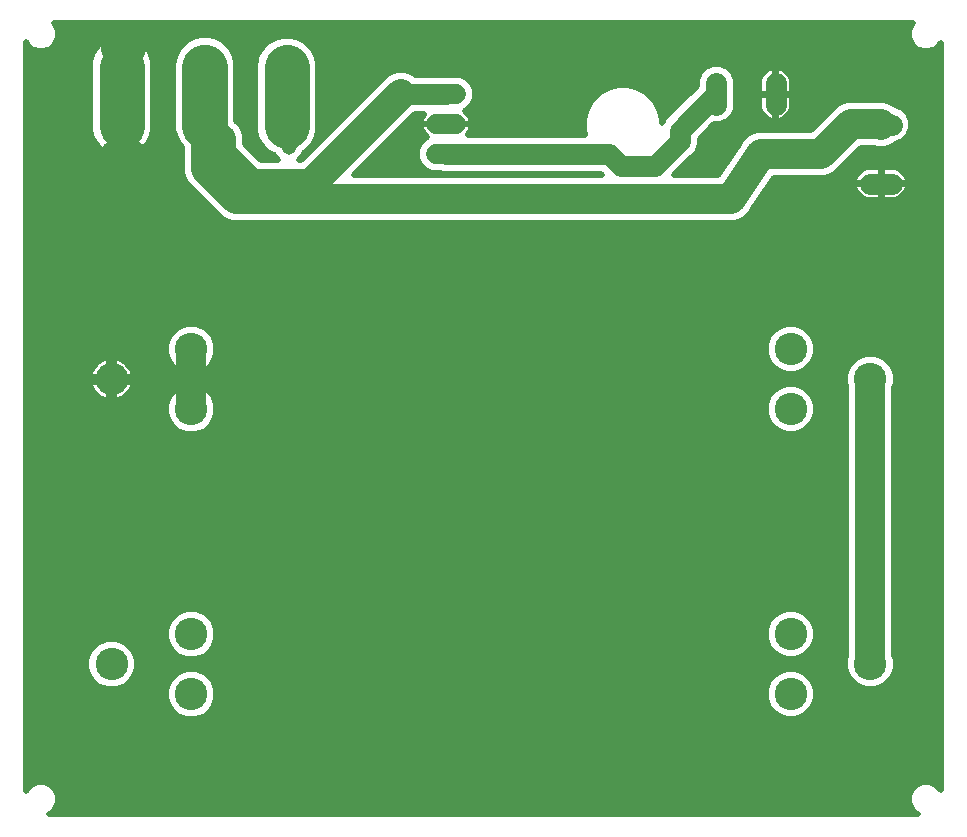
<source format=gbl>
G75*
%MOIN*%
%OFA0B0*%
%FSLAX25Y25*%
%IPPOS*%
%LPD*%
%AMOC8*
5,1,8,0,0,1.08239X$1,22.5*
%
%ADD10C,0.06600*%
%ADD11C,0.10800*%
%ADD12C,0.15000*%
%ADD13C,0.05150*%
%ADD14C,0.07050*%
%ADD15C,0.10000*%
%ADD16C,0.02000*%
%ADD17C,0.07000*%
D10*
X0143700Y0227000D02*
X0150300Y0227000D01*
X0150300Y0237000D02*
X0143700Y0237000D01*
X0143700Y0247000D02*
X0150300Y0247000D01*
D11*
X0062079Y0161961D03*
X0062079Y0141961D03*
X0035512Y0151961D03*
X0062079Y0066961D03*
X0062079Y0046961D03*
X0035512Y0056961D03*
X0261921Y0047039D03*
X0261921Y0067039D03*
X0288488Y0057039D03*
X0261921Y0142039D03*
X0261921Y0162039D03*
X0288488Y0152039D03*
D12*
X0093969Y0236331D02*
X0093969Y0256016D01*
X0093900Y0255919D02*
X0093900Y0236234D01*
X0066650Y0236484D02*
X0066650Y0256169D01*
X0066409Y0256016D02*
X0066409Y0236331D01*
X0038900Y0236484D02*
X0038900Y0256169D01*
X0038850Y0256016D02*
X0038850Y0236331D01*
D13*
X0039500Y0229500D03*
X0067000Y0229500D03*
X0094500Y0229500D03*
D14*
X0237157Y0243475D02*
X0237157Y0250525D01*
X0256843Y0250525D02*
X0256843Y0243475D01*
X0288475Y0236843D02*
X0295525Y0236843D01*
X0295525Y0217157D02*
X0288475Y0217157D01*
D15*
X0272000Y0227000D02*
X0282000Y0237000D01*
X0291843Y0237000D01*
X0292000Y0236843D01*
X0272000Y0227000D02*
X0252000Y0227000D01*
X0242000Y0212000D01*
X0077000Y0212000D01*
X0067000Y0222000D01*
X0067000Y0229500D01*
X0069500Y0229500D01*
X0072000Y0232000D01*
X0072000Y0227000D01*
X0082000Y0217000D01*
X0102000Y0217000D01*
X0132000Y0247000D01*
X0042000Y0262000D02*
X0037000Y0262000D01*
X0037000Y0227000D02*
X0042000Y0227000D01*
X0062000Y0162000D02*
X0062000Y0142000D01*
X0288488Y0152039D02*
X0288488Y0057039D01*
D16*
X0304205Y0007000D02*
X0014795Y0007000D01*
X0015223Y0007177D01*
X0016823Y0008777D01*
X0017689Y0010868D01*
X0017689Y0013132D01*
X0016823Y0015223D01*
X0015223Y0016823D01*
X0013132Y0017689D01*
X0010868Y0017689D01*
X0008777Y0016823D01*
X0007177Y0015223D01*
X0007000Y0014795D01*
X0007000Y0264205D01*
X0007177Y0263777D01*
X0008777Y0262177D01*
X0010868Y0261311D01*
X0013132Y0261311D01*
X0015223Y0262177D01*
X0016823Y0263777D01*
X0017689Y0265868D01*
X0017689Y0268132D01*
X0016823Y0270223D01*
X0016345Y0270701D01*
X0302655Y0270701D01*
X0302177Y0270223D01*
X0301311Y0268132D01*
X0301311Y0265868D01*
X0302177Y0263777D01*
X0303777Y0262177D01*
X0305868Y0261311D01*
X0308132Y0261311D01*
X0310223Y0262177D01*
X0311823Y0263777D01*
X0311921Y0264015D01*
X0311921Y0014985D01*
X0311823Y0015223D01*
X0310223Y0016823D01*
X0308132Y0017689D01*
X0305868Y0017689D01*
X0303777Y0016823D01*
X0302177Y0015223D01*
X0301311Y0013132D01*
X0301311Y0010868D01*
X0302177Y0008777D01*
X0303777Y0007177D01*
X0304205Y0007000D01*
X0302959Y0007996D02*
X0016041Y0007996D01*
X0017327Y0009994D02*
X0301673Y0009994D01*
X0301311Y0011993D02*
X0017689Y0011993D01*
X0017333Y0013991D02*
X0301667Y0013991D01*
X0302944Y0015990D02*
X0016056Y0015990D01*
X0007944Y0015990D02*
X0007000Y0015990D01*
X0007000Y0017988D02*
X0311921Y0017988D01*
X0311921Y0015990D02*
X0311056Y0015990D01*
X0311921Y0019987D02*
X0007000Y0019987D01*
X0007000Y0021985D02*
X0311921Y0021985D01*
X0311921Y0023984D02*
X0007000Y0023984D01*
X0007000Y0025982D02*
X0311921Y0025982D01*
X0311921Y0027981D02*
X0007000Y0027981D01*
X0007000Y0029979D02*
X0311921Y0029979D01*
X0311921Y0031978D02*
X0007000Y0031978D01*
X0007000Y0033976D02*
X0311921Y0033976D01*
X0311921Y0035975D02*
X0007000Y0035975D01*
X0007000Y0037973D02*
X0311921Y0037973D01*
X0311921Y0039972D02*
X0266733Y0039972D01*
X0266679Y0039918D02*
X0269042Y0042281D01*
X0270321Y0045368D01*
X0270321Y0048710D01*
X0269042Y0051798D01*
X0266679Y0054161D01*
X0263592Y0055439D01*
X0260250Y0055439D01*
X0257163Y0054161D01*
X0254800Y0051798D01*
X0253521Y0048710D01*
X0253521Y0045368D01*
X0254800Y0042281D01*
X0257163Y0039918D01*
X0260250Y0038639D01*
X0263592Y0038639D01*
X0266679Y0039918D01*
X0268731Y0041970D02*
X0311921Y0041970D01*
X0311921Y0043969D02*
X0269741Y0043969D01*
X0270321Y0045967D02*
X0311921Y0045967D01*
X0311921Y0047966D02*
X0270321Y0047966D01*
X0269802Y0049964D02*
X0283684Y0049964D01*
X0283730Y0049918D02*
X0286817Y0048639D01*
X0290159Y0048639D01*
X0293246Y0049918D01*
X0295609Y0052281D01*
X0296888Y0055368D01*
X0296888Y0058710D01*
X0296488Y0059676D01*
X0296488Y0149403D01*
X0296888Y0150368D01*
X0296888Y0153710D01*
X0295609Y0156798D01*
X0293246Y0159161D01*
X0290159Y0160439D01*
X0286817Y0160439D01*
X0283730Y0159161D01*
X0281367Y0156798D01*
X0280088Y0153710D01*
X0280088Y0150368D01*
X0280488Y0149403D01*
X0280488Y0059676D01*
X0280088Y0058710D01*
X0280088Y0055368D01*
X0281367Y0052281D01*
X0283730Y0049918D01*
X0281685Y0051963D02*
X0268877Y0051963D01*
X0266879Y0053961D02*
X0280671Y0053961D01*
X0280088Y0055960D02*
X0043912Y0055960D01*
X0043912Y0055290D02*
X0042633Y0052202D01*
X0040270Y0049839D01*
X0037183Y0048561D01*
X0033841Y0048561D01*
X0030754Y0049839D01*
X0028391Y0052202D01*
X0027112Y0055290D01*
X0027112Y0058631D01*
X0028391Y0061719D01*
X0030754Y0064082D01*
X0033841Y0065361D01*
X0037183Y0065361D01*
X0040270Y0064082D01*
X0042633Y0061719D01*
X0043912Y0058631D01*
X0043912Y0055290D01*
X0043362Y0053961D02*
X0057200Y0053961D01*
X0057321Y0054082D02*
X0054958Y0051719D01*
X0053679Y0048631D01*
X0053679Y0045290D01*
X0054958Y0042202D01*
X0057321Y0039839D01*
X0060408Y0038561D01*
X0063750Y0038561D01*
X0066837Y0039839D01*
X0069200Y0042202D01*
X0070479Y0045290D01*
X0070479Y0048631D01*
X0069200Y0051719D01*
X0066837Y0054082D01*
X0063750Y0055361D01*
X0060408Y0055361D01*
X0057321Y0054082D01*
X0055202Y0051963D02*
X0042393Y0051963D01*
X0040395Y0049964D02*
X0054231Y0049964D01*
X0053679Y0047966D02*
X0007000Y0047966D01*
X0007000Y0049964D02*
X0030629Y0049964D01*
X0028630Y0051963D02*
X0007000Y0051963D01*
X0007000Y0053961D02*
X0027662Y0053961D01*
X0027112Y0055960D02*
X0007000Y0055960D01*
X0007000Y0057958D02*
X0027112Y0057958D01*
X0027661Y0059957D02*
X0007000Y0059957D01*
X0007000Y0061955D02*
X0028627Y0061955D01*
X0030626Y0063954D02*
X0007000Y0063954D01*
X0007000Y0065952D02*
X0053679Y0065952D01*
X0053679Y0065290D02*
X0054958Y0062202D01*
X0057321Y0059839D01*
X0060408Y0058561D01*
X0063750Y0058561D01*
X0066837Y0059839D01*
X0069200Y0062202D01*
X0070479Y0065290D01*
X0070479Y0068631D01*
X0069200Y0071719D01*
X0066837Y0074082D01*
X0063750Y0075361D01*
X0060408Y0075361D01*
X0057321Y0074082D01*
X0054958Y0071719D01*
X0053679Y0068631D01*
X0053679Y0065290D01*
X0054232Y0063954D02*
X0040398Y0063954D01*
X0042396Y0061955D02*
X0055205Y0061955D01*
X0057203Y0059957D02*
X0043363Y0059957D01*
X0043912Y0057958D02*
X0280088Y0057958D01*
X0280488Y0059957D02*
X0266718Y0059957D01*
X0266679Y0059918D02*
X0269042Y0062281D01*
X0270321Y0065368D01*
X0270321Y0068710D01*
X0269042Y0071798D01*
X0266679Y0074161D01*
X0263592Y0075439D01*
X0260250Y0075439D01*
X0257163Y0074161D01*
X0254800Y0071798D01*
X0253521Y0068710D01*
X0253521Y0065368D01*
X0254800Y0062281D01*
X0257163Y0059918D01*
X0260250Y0058639D01*
X0263592Y0058639D01*
X0266679Y0059918D01*
X0268717Y0061955D02*
X0280488Y0061955D01*
X0280488Y0063954D02*
X0269735Y0063954D01*
X0270321Y0065952D02*
X0280488Y0065952D01*
X0280488Y0067951D02*
X0270321Y0067951D01*
X0269808Y0069949D02*
X0280488Y0069949D01*
X0280488Y0071948D02*
X0268892Y0071948D01*
X0266894Y0073946D02*
X0280488Y0073946D01*
X0280488Y0075945D02*
X0007000Y0075945D01*
X0007000Y0077943D02*
X0280488Y0077943D01*
X0280488Y0079942D02*
X0007000Y0079942D01*
X0007000Y0081940D02*
X0280488Y0081940D01*
X0280488Y0083939D02*
X0007000Y0083939D01*
X0007000Y0085937D02*
X0280488Y0085937D01*
X0280488Y0087936D02*
X0007000Y0087936D01*
X0007000Y0089934D02*
X0280488Y0089934D01*
X0280488Y0091933D02*
X0007000Y0091933D01*
X0007000Y0093932D02*
X0280488Y0093932D01*
X0280488Y0095930D02*
X0007000Y0095930D01*
X0007000Y0097929D02*
X0280488Y0097929D01*
X0280488Y0099927D02*
X0007000Y0099927D01*
X0007000Y0101926D02*
X0280488Y0101926D01*
X0280488Y0103924D02*
X0007000Y0103924D01*
X0007000Y0105923D02*
X0280488Y0105923D01*
X0280488Y0107921D02*
X0007000Y0107921D01*
X0007000Y0109920D02*
X0280488Y0109920D01*
X0280488Y0111918D02*
X0007000Y0111918D01*
X0007000Y0113917D02*
X0280488Y0113917D01*
X0280488Y0115915D02*
X0007000Y0115915D01*
X0007000Y0117914D02*
X0280488Y0117914D01*
X0280488Y0119912D02*
X0007000Y0119912D01*
X0007000Y0121911D02*
X0280488Y0121911D01*
X0280488Y0123909D02*
X0007000Y0123909D01*
X0007000Y0125908D02*
X0280488Y0125908D01*
X0280488Y0127906D02*
X0007000Y0127906D01*
X0007000Y0129905D02*
X0280488Y0129905D01*
X0280488Y0131903D02*
X0007000Y0131903D01*
X0007000Y0133902D02*
X0059584Y0133902D01*
X0060408Y0133561D02*
X0063750Y0133561D01*
X0066837Y0134839D01*
X0069200Y0137202D01*
X0070479Y0140290D01*
X0070479Y0143631D01*
X0069200Y0146719D01*
X0066837Y0149082D01*
X0063750Y0150361D01*
X0060408Y0150361D01*
X0057321Y0149082D01*
X0054958Y0146719D01*
X0053679Y0143631D01*
X0053679Y0140290D01*
X0054958Y0137202D01*
X0057321Y0134839D01*
X0060408Y0133561D01*
X0056260Y0135900D02*
X0007000Y0135900D01*
X0007000Y0137899D02*
X0054669Y0137899D01*
X0053841Y0139897D02*
X0007000Y0139897D01*
X0007000Y0141896D02*
X0053679Y0141896D01*
X0053788Y0143894D02*
X0007000Y0143894D01*
X0007000Y0145893D02*
X0031264Y0145893D01*
X0031392Y0145795D02*
X0032232Y0145310D01*
X0033128Y0144938D01*
X0034065Y0144687D01*
X0034712Y0144602D01*
X0034712Y0151161D01*
X0028153Y0151161D01*
X0028238Y0150514D01*
X0028489Y0149577D01*
X0028861Y0148681D01*
X0029346Y0147841D01*
X0029936Y0147071D01*
X0030622Y0146385D01*
X0031392Y0145795D01*
X0029316Y0147891D02*
X0007000Y0147891D01*
X0007000Y0149890D02*
X0028406Y0149890D01*
X0028153Y0152761D02*
X0034712Y0152761D01*
X0034712Y0159319D01*
X0034065Y0159234D01*
X0033128Y0158983D01*
X0032232Y0158612D01*
X0031392Y0158127D01*
X0030622Y0157536D01*
X0029936Y0156850D01*
X0029346Y0156081D01*
X0028861Y0155241D01*
X0028489Y0154344D01*
X0028238Y0153407D01*
X0028153Y0152761D01*
X0028367Y0153887D02*
X0007000Y0153887D01*
X0007000Y0155885D02*
X0029233Y0155885D01*
X0031075Y0157884D02*
X0007000Y0157884D01*
X0007000Y0159882D02*
X0053847Y0159882D01*
X0053679Y0160290D02*
X0054958Y0157202D01*
X0057321Y0154839D01*
X0060408Y0153561D01*
X0063750Y0153561D01*
X0066837Y0154839D01*
X0069200Y0157202D01*
X0070479Y0160290D01*
X0070479Y0163631D01*
X0069200Y0166719D01*
X0066837Y0169082D01*
X0063750Y0170361D01*
X0060408Y0170361D01*
X0057321Y0169082D01*
X0054958Y0166719D01*
X0053679Y0163631D01*
X0053679Y0160290D01*
X0053679Y0161881D02*
X0007000Y0161881D01*
X0007000Y0163879D02*
X0053781Y0163879D01*
X0054609Y0165878D02*
X0007000Y0165878D01*
X0007000Y0167876D02*
X0056115Y0167876D01*
X0059235Y0169875D02*
X0007000Y0169875D01*
X0007000Y0171873D02*
X0311921Y0171873D01*
X0311921Y0169875D02*
X0264955Y0169875D01*
X0263592Y0170439D02*
X0266679Y0169161D01*
X0269042Y0166798D01*
X0270321Y0163710D01*
X0270321Y0160368D01*
X0269042Y0157281D01*
X0266679Y0154918D01*
X0263592Y0153639D01*
X0260250Y0153639D01*
X0257163Y0154918D01*
X0254800Y0157281D01*
X0253521Y0160368D01*
X0253521Y0163710D01*
X0254800Y0166798D01*
X0257163Y0169161D01*
X0260250Y0170439D01*
X0263592Y0170439D01*
X0258888Y0169875D02*
X0064922Y0169875D01*
X0068042Y0167876D02*
X0255879Y0167876D01*
X0254419Y0165878D02*
X0069548Y0165878D01*
X0070376Y0163879D02*
X0253591Y0163879D01*
X0253521Y0161881D02*
X0070479Y0161881D01*
X0070310Y0159882D02*
X0253723Y0159882D01*
X0254550Y0157884D02*
X0069482Y0157884D01*
X0067883Y0155885D02*
X0256196Y0155885D01*
X0259653Y0153887D02*
X0064537Y0153887D01*
X0064886Y0149890D02*
X0258924Y0149890D01*
X0260250Y0150439D02*
X0257163Y0149161D01*
X0254800Y0146798D01*
X0253521Y0143710D01*
X0253521Y0140368D01*
X0254800Y0137281D01*
X0257163Y0134918D01*
X0260250Y0133639D01*
X0263592Y0133639D01*
X0266679Y0134918D01*
X0269042Y0137281D01*
X0270321Y0140368D01*
X0270321Y0143710D01*
X0269042Y0146798D01*
X0266679Y0149161D01*
X0263592Y0150439D01*
X0260250Y0150439D01*
X0255894Y0147891D02*
X0068027Y0147891D01*
X0069542Y0145893D02*
X0254425Y0145893D01*
X0253598Y0143894D02*
X0070370Y0143894D01*
X0070479Y0141896D02*
X0253521Y0141896D01*
X0253716Y0139897D02*
X0070316Y0139897D01*
X0069488Y0137899D02*
X0254544Y0137899D01*
X0256181Y0135900D02*
X0067898Y0135900D01*
X0064573Y0133902D02*
X0259617Y0133902D01*
X0264226Y0133902D02*
X0280488Y0133902D01*
X0280488Y0135900D02*
X0267662Y0135900D01*
X0269298Y0137899D02*
X0280488Y0137899D01*
X0280488Y0139897D02*
X0270126Y0139897D01*
X0270321Y0141896D02*
X0280488Y0141896D01*
X0280488Y0143894D02*
X0270245Y0143894D01*
X0269417Y0145893D02*
X0280488Y0145893D01*
X0280488Y0147891D02*
X0267949Y0147891D01*
X0264919Y0149890D02*
X0280286Y0149890D01*
X0280088Y0151888D02*
X0036312Y0151888D01*
X0036312Y0151161D02*
X0036312Y0152761D01*
X0034712Y0152761D01*
X0034712Y0151161D01*
X0036312Y0151161D01*
X0042870Y0151161D01*
X0042785Y0150514D01*
X0042534Y0149577D01*
X0042163Y0148681D01*
X0041678Y0147841D01*
X0041087Y0147071D01*
X0040401Y0146385D01*
X0039632Y0145795D01*
X0038792Y0145310D01*
X0037896Y0144938D01*
X0036959Y0144687D01*
X0036312Y0144602D01*
X0036312Y0151161D01*
X0036312Y0149890D02*
X0034712Y0149890D01*
X0034712Y0151888D02*
X0007000Y0151888D01*
X0007000Y0173872D02*
X0311921Y0173872D01*
X0311921Y0175870D02*
X0007000Y0175870D01*
X0007000Y0177869D02*
X0311921Y0177869D01*
X0311921Y0179868D02*
X0007000Y0179868D01*
X0007000Y0181866D02*
X0311921Y0181866D01*
X0311921Y0183865D02*
X0007000Y0183865D01*
X0007000Y0185863D02*
X0311921Y0185863D01*
X0311921Y0187862D02*
X0007000Y0187862D01*
X0007000Y0189860D02*
X0311921Y0189860D01*
X0311921Y0191859D02*
X0007000Y0191859D01*
X0007000Y0193857D02*
X0311921Y0193857D01*
X0311921Y0195856D02*
X0007000Y0195856D01*
X0007000Y0197854D02*
X0311921Y0197854D01*
X0311921Y0199853D02*
X0007000Y0199853D01*
X0007000Y0201851D02*
X0311921Y0201851D01*
X0311921Y0203850D02*
X0242040Y0203850D01*
X0242009Y0203843D02*
X0242792Y0204000D01*
X0243591Y0204000D01*
X0244337Y0204309D01*
X0245129Y0204467D01*
X0245793Y0204912D01*
X0246532Y0205218D01*
X0247103Y0205789D01*
X0247774Y0206238D01*
X0248217Y0206903D01*
X0248782Y0207468D01*
X0249091Y0208214D01*
X0256281Y0219000D01*
X0273591Y0219000D01*
X0276532Y0220218D01*
X0285314Y0229000D01*
X0290029Y0229000D01*
X0290409Y0228843D01*
X0293591Y0228843D01*
X0296532Y0230060D01*
X0296789Y0230318D01*
X0296823Y0230318D01*
X0299221Y0231311D01*
X0301057Y0233146D01*
X0302050Y0235545D01*
X0302050Y0238140D01*
X0301057Y0240539D01*
X0299221Y0242374D01*
X0296823Y0243368D01*
X0296789Y0243368D01*
X0296374Y0243782D01*
X0293434Y0245000D01*
X0280409Y0245000D01*
X0277468Y0243782D01*
X0275218Y0241532D01*
X0268686Y0235000D01*
X0252784Y0235000D01*
X0251991Y0235157D01*
X0251208Y0235000D01*
X0250409Y0235000D01*
X0249663Y0234691D01*
X0248871Y0234533D01*
X0248207Y0234088D01*
X0247468Y0233782D01*
X0246897Y0233211D01*
X0246226Y0232762D01*
X0245783Y0232097D01*
X0245218Y0231532D01*
X0244909Y0230786D01*
X0237719Y0220000D01*
X0222991Y0220000D01*
X0228682Y0225691D01*
X0230510Y0227519D01*
X0231500Y0229908D01*
X0231500Y0232150D01*
X0236300Y0236950D01*
X0238455Y0236950D01*
X0240854Y0237943D01*
X0242689Y0239779D01*
X0243682Y0242177D01*
X0243682Y0251823D01*
X0242689Y0254221D01*
X0240854Y0256057D01*
X0238455Y0257050D01*
X0235860Y0257050D01*
X0233461Y0256057D01*
X0231626Y0254221D01*
X0230632Y0251823D01*
X0230632Y0249667D01*
X0219490Y0238524D01*
X0219000Y0237342D01*
X0219000Y0238711D01*
X0218114Y0242018D01*
X0216403Y0244982D01*
X0213982Y0247403D01*
X0211018Y0249114D01*
X0207711Y0250000D01*
X0204289Y0250000D01*
X0200982Y0249114D01*
X0198018Y0247403D01*
X0195597Y0244982D01*
X0193886Y0242018D01*
X0193000Y0238711D01*
X0193000Y0235289D01*
X0193479Y0233500D01*
X0154295Y0233500D01*
X0154343Y0233547D01*
X0154833Y0234222D01*
X0155212Y0234966D01*
X0155469Y0235759D01*
X0155600Y0236583D01*
X0155600Y0236900D01*
X0147100Y0236900D01*
X0147100Y0237100D01*
X0155600Y0237100D01*
X0155600Y0237417D01*
X0155469Y0238241D01*
X0155212Y0239034D01*
X0154833Y0239778D01*
X0154343Y0240453D01*
X0153753Y0241043D01*
X0153254Y0241405D01*
X0153869Y0241659D01*
X0155641Y0243431D01*
X0156600Y0245747D01*
X0156600Y0248253D01*
X0155641Y0250569D01*
X0153869Y0252341D01*
X0151553Y0253300D01*
X0148776Y0253300D01*
X0148293Y0253500D01*
X0136814Y0253500D01*
X0136532Y0253782D01*
X0133591Y0255000D01*
X0130409Y0255000D01*
X0127468Y0253782D01*
X0098686Y0225000D01*
X0097884Y0225000D01*
X0099226Y0226342D01*
X0099685Y0227450D01*
X0100347Y0227832D01*
X0102302Y0229787D01*
X0103684Y0232181D01*
X0104400Y0234852D01*
X0104400Y0257302D01*
X0103684Y0259972D01*
X0102302Y0262366D01*
X0100347Y0264321D01*
X0097952Y0265704D01*
X0095282Y0266419D01*
X0092517Y0266419D01*
X0089847Y0265704D01*
X0087452Y0264321D01*
X0085498Y0262366D01*
X0084115Y0259972D01*
X0083400Y0257302D01*
X0083400Y0234852D01*
X0084115Y0232181D01*
X0085498Y0229787D01*
X0087452Y0227832D01*
X0089692Y0226539D01*
X0089774Y0226342D01*
X0091116Y0225000D01*
X0085314Y0225000D01*
X0080000Y0230314D01*
X0080000Y0233591D01*
X0078782Y0236532D01*
X0077150Y0238164D01*
X0077150Y0257552D01*
X0076434Y0260222D01*
X0075052Y0262616D01*
X0073097Y0264571D01*
X0070702Y0265954D01*
X0068032Y0266669D01*
X0065267Y0266669D01*
X0062597Y0265954D01*
X0060202Y0264571D01*
X0058248Y0262616D01*
X0056865Y0260222D01*
X0056150Y0257552D01*
X0056150Y0235102D01*
X0056865Y0232431D01*
X0058248Y0230037D01*
X0059000Y0229285D01*
X0059000Y0220409D01*
X0060218Y0217468D01*
X0070218Y0207468D01*
X0072468Y0205218D01*
X0075409Y0204000D01*
X0241216Y0204000D01*
X0242009Y0203843D01*
X0241976Y0203850D02*
X0007000Y0203850D01*
X0007000Y0205848D02*
X0071838Y0205848D01*
X0069840Y0207847D02*
X0007000Y0207847D01*
X0007000Y0209845D02*
X0067841Y0209845D01*
X0065843Y0211844D02*
X0007000Y0211844D01*
X0007000Y0213842D02*
X0063844Y0213842D01*
X0061846Y0215841D02*
X0007000Y0215841D01*
X0007000Y0217839D02*
X0060064Y0217839D01*
X0059236Y0219838D02*
X0007000Y0219838D01*
X0007000Y0221836D02*
X0059000Y0221836D01*
X0059000Y0223835D02*
X0007000Y0223835D01*
X0007000Y0225833D02*
X0036764Y0225833D01*
X0036520Y0226011D02*
X0037102Y0225587D01*
X0037744Y0225260D01*
X0038429Y0225038D01*
X0039140Y0224925D01*
X0039500Y0224925D01*
X0039860Y0224925D01*
X0040571Y0225038D01*
X0041256Y0225260D01*
X0041898Y0225587D01*
X0042480Y0226011D01*
X0042989Y0226520D01*
X0043242Y0226867D01*
X0045347Y0228082D01*
X0047302Y0230037D01*
X0048684Y0232431D01*
X0049400Y0235102D01*
X0049400Y0257552D01*
X0048684Y0260222D01*
X0047302Y0262616D01*
X0045347Y0264571D01*
X0042952Y0265954D01*
X0040282Y0266669D01*
X0037517Y0266669D01*
X0034847Y0265954D01*
X0032452Y0264571D01*
X0030498Y0262616D01*
X0029115Y0260222D01*
X0028400Y0257552D01*
X0028400Y0235102D01*
X0029115Y0232431D01*
X0030498Y0230037D01*
X0032452Y0228082D01*
X0034847Y0226700D01*
X0036191Y0226340D01*
X0036520Y0226011D01*
X0039500Y0225984D02*
X0039500Y0225984D01*
X0039500Y0224925D01*
X0039500Y0225984D01*
X0039500Y0225833D02*
X0039500Y0225833D01*
X0042236Y0225833D02*
X0059000Y0225833D01*
X0059000Y0227832D02*
X0044913Y0227832D01*
X0047095Y0229830D02*
X0058454Y0229830D01*
X0057213Y0231829D02*
X0048336Y0231829D01*
X0049058Y0233827D02*
X0056491Y0233827D01*
X0056150Y0235826D02*
X0049400Y0235826D01*
X0049400Y0237824D02*
X0056150Y0237824D01*
X0056150Y0239823D02*
X0049400Y0239823D01*
X0049400Y0241821D02*
X0056150Y0241821D01*
X0056150Y0243820D02*
X0049400Y0243820D01*
X0049400Y0245818D02*
X0056150Y0245818D01*
X0056150Y0247817D02*
X0049400Y0247817D01*
X0049400Y0249815D02*
X0056150Y0249815D01*
X0056150Y0251814D02*
X0049400Y0251814D01*
X0049400Y0253812D02*
X0056150Y0253812D01*
X0056150Y0255811D02*
X0049400Y0255811D01*
X0049331Y0257809D02*
X0056219Y0257809D01*
X0056754Y0259808D02*
X0048795Y0259808D01*
X0047769Y0261806D02*
X0057780Y0261806D01*
X0059436Y0263805D02*
X0046113Y0263805D01*
X0043213Y0265803D02*
X0062337Y0265803D01*
X0070963Y0265803D02*
X0090219Y0265803D01*
X0086936Y0263805D02*
X0073863Y0263805D01*
X0075519Y0261806D02*
X0085174Y0261806D01*
X0084071Y0259808D02*
X0076545Y0259808D01*
X0077081Y0257809D02*
X0083536Y0257809D01*
X0083400Y0255811D02*
X0077150Y0255811D01*
X0077150Y0253812D02*
X0083400Y0253812D01*
X0083400Y0251814D02*
X0077150Y0251814D01*
X0077150Y0249815D02*
X0083400Y0249815D01*
X0083400Y0247817D02*
X0077150Y0247817D01*
X0077150Y0245818D02*
X0083400Y0245818D01*
X0083400Y0243820D02*
X0077150Y0243820D01*
X0077150Y0241821D02*
X0083400Y0241821D01*
X0083400Y0239823D02*
X0077150Y0239823D01*
X0077489Y0237824D02*
X0083400Y0237824D01*
X0083400Y0235826D02*
X0079074Y0235826D01*
X0079902Y0233827D02*
X0083674Y0233827D01*
X0084319Y0231829D02*
X0080000Y0231829D01*
X0080483Y0229830D02*
X0085473Y0229830D01*
X0087453Y0227832D02*
X0082482Y0227832D01*
X0084480Y0225833D02*
X0090283Y0225833D01*
X0098717Y0225833D02*
X0099520Y0225833D01*
X0100346Y0227832D02*
X0101518Y0227832D01*
X0102327Y0229830D02*
X0103517Y0229830D01*
X0103480Y0231829D02*
X0105515Y0231829D01*
X0104125Y0233827D02*
X0107514Y0233827D01*
X0109512Y0235826D02*
X0104400Y0235826D01*
X0104400Y0237824D02*
X0111511Y0237824D01*
X0113509Y0239823D02*
X0104400Y0239823D01*
X0104400Y0241821D02*
X0115508Y0241821D01*
X0117506Y0243820D02*
X0104400Y0243820D01*
X0104400Y0245818D02*
X0119505Y0245818D01*
X0121503Y0247817D02*
X0104400Y0247817D01*
X0104400Y0249815D02*
X0123502Y0249815D01*
X0125500Y0251814D02*
X0104400Y0251814D01*
X0104400Y0253812D02*
X0127542Y0253812D01*
X0136458Y0253812D02*
X0231457Y0253812D01*
X0230632Y0251814D02*
X0154396Y0251814D01*
X0155953Y0249815D02*
X0203600Y0249815D01*
X0198735Y0247817D02*
X0156600Y0247817D01*
X0156600Y0245818D02*
X0196434Y0245818D01*
X0194926Y0243820D02*
X0155802Y0243820D01*
X0154031Y0241821D02*
X0193833Y0241821D01*
X0193298Y0239823D02*
X0154800Y0239823D01*
X0155535Y0237824D02*
X0193000Y0237824D01*
X0193000Y0235826D02*
X0155480Y0235826D01*
X0154546Y0233827D02*
X0193392Y0233827D01*
X0198509Y0220500D02*
X0199009Y0220000D01*
X0116314Y0220000D01*
X0136814Y0240500D01*
X0139705Y0240500D01*
X0139657Y0240453D01*
X0139167Y0239778D01*
X0138788Y0239034D01*
X0138530Y0238241D01*
X0138400Y0237417D01*
X0138400Y0237100D01*
X0146900Y0237100D01*
X0146900Y0236900D01*
X0138400Y0236900D01*
X0138400Y0236583D01*
X0138530Y0235759D01*
X0138788Y0234966D01*
X0139167Y0234222D01*
X0139657Y0233547D01*
X0140247Y0232957D01*
X0140746Y0232595D01*
X0140131Y0232341D01*
X0138359Y0230569D01*
X0137400Y0228253D01*
X0137400Y0225747D01*
X0138359Y0223431D01*
X0140131Y0221659D01*
X0142447Y0220700D01*
X0145224Y0220700D01*
X0145707Y0220500D01*
X0198509Y0220500D01*
X0219000Y0237824D02*
X0219200Y0237824D01*
X0218702Y0239823D02*
X0220788Y0239823D01*
X0222786Y0241821D02*
X0218167Y0241821D01*
X0217074Y0243820D02*
X0224785Y0243820D01*
X0226783Y0245818D02*
X0215566Y0245818D01*
X0213265Y0247817D02*
X0228782Y0247817D01*
X0230632Y0249815D02*
X0208400Y0249815D01*
X0231500Y0231829D02*
X0245515Y0231829D01*
X0244272Y0229830D02*
X0231468Y0229830D01*
X0230640Y0227832D02*
X0242940Y0227832D01*
X0241607Y0225833D02*
X0228825Y0225833D01*
X0226826Y0223835D02*
X0240275Y0223835D01*
X0238943Y0221836D02*
X0224828Y0221836D01*
X0233177Y0233827D02*
X0247578Y0233827D01*
X0242707Y0239823D02*
X0252681Y0239823D01*
X0252628Y0239876D02*
X0253243Y0239261D01*
X0253947Y0238750D01*
X0254722Y0238355D01*
X0255549Y0238086D01*
X0256408Y0237950D01*
X0256667Y0237950D01*
X0256667Y0246825D01*
X0251318Y0246825D01*
X0251318Y0243040D01*
X0251454Y0242181D01*
X0251722Y0241354D01*
X0252117Y0240579D01*
X0252628Y0239876D01*
X0251570Y0241821D02*
X0243535Y0241821D01*
X0243682Y0243820D02*
X0251318Y0243820D01*
X0251318Y0245818D02*
X0243682Y0245818D01*
X0243682Y0247817D02*
X0251318Y0247817D01*
X0251318Y0247175D02*
X0256667Y0247175D01*
X0256667Y0246825D01*
X0257018Y0246825D01*
X0257018Y0247175D01*
X0262368Y0247175D01*
X0262368Y0250960D01*
X0262231Y0251819D01*
X0261963Y0252646D01*
X0261568Y0253421D01*
X0261057Y0254124D01*
X0260442Y0254739D01*
X0259738Y0255250D01*
X0258963Y0255645D01*
X0258136Y0255914D01*
X0257277Y0256050D01*
X0257018Y0256050D01*
X0257018Y0247175D01*
X0256667Y0247175D01*
X0256667Y0256050D01*
X0256408Y0256050D01*
X0255549Y0255914D01*
X0254722Y0255645D01*
X0253947Y0255250D01*
X0253243Y0254739D01*
X0252628Y0254124D01*
X0252117Y0253421D01*
X0251722Y0252646D01*
X0251454Y0251819D01*
X0251318Y0250960D01*
X0251318Y0247175D01*
X0251318Y0249815D02*
X0243682Y0249815D01*
X0243682Y0251814D02*
X0251453Y0251814D01*
X0252402Y0253812D02*
X0242858Y0253812D01*
X0241099Y0255811D02*
X0255232Y0255811D01*
X0256667Y0255811D02*
X0257018Y0255811D01*
X0258453Y0255811D02*
X0311921Y0255811D01*
X0311921Y0257809D02*
X0104264Y0257809D01*
X0104400Y0255811D02*
X0233216Y0255811D01*
X0240566Y0237824D02*
X0271511Y0237824D01*
X0273509Y0239823D02*
X0261004Y0239823D01*
X0261057Y0239876D02*
X0261568Y0240579D01*
X0261963Y0241354D01*
X0262231Y0242181D01*
X0262368Y0243040D01*
X0262368Y0246825D01*
X0257018Y0246825D01*
X0257018Y0237950D01*
X0257277Y0237950D01*
X0258136Y0238086D01*
X0258963Y0238355D01*
X0259738Y0238750D01*
X0260442Y0239261D01*
X0261057Y0239876D01*
X0262115Y0241821D02*
X0275508Y0241821D01*
X0277560Y0243820D02*
X0262368Y0243820D01*
X0262368Y0245818D02*
X0311921Y0245818D01*
X0311921Y0243820D02*
X0296283Y0243820D01*
X0299774Y0241821D02*
X0311921Y0241821D01*
X0311921Y0239823D02*
X0301353Y0239823D01*
X0302050Y0237824D02*
X0311921Y0237824D01*
X0311921Y0235826D02*
X0302050Y0235826D01*
X0301339Y0233827D02*
X0311921Y0233827D01*
X0311921Y0231829D02*
X0299739Y0231829D01*
X0295976Y0229830D02*
X0311921Y0229830D01*
X0311921Y0227832D02*
X0284145Y0227832D01*
X0282147Y0225833D02*
X0311921Y0225833D01*
X0311921Y0223835D02*
X0280148Y0223835D01*
X0278150Y0221836D02*
X0285515Y0221836D01*
X0285579Y0221883D02*
X0284876Y0221372D01*
X0284261Y0220757D01*
X0283750Y0220053D01*
X0283355Y0219278D01*
X0283086Y0218451D01*
X0282950Y0217592D01*
X0282950Y0217332D01*
X0291825Y0217332D01*
X0291825Y0216982D01*
X0292175Y0216982D01*
X0292175Y0211632D01*
X0295960Y0211632D01*
X0296819Y0211769D01*
X0297646Y0212037D01*
X0298421Y0212432D01*
X0299124Y0212943D01*
X0299739Y0213558D01*
X0300250Y0214262D01*
X0300645Y0215037D01*
X0300914Y0215864D01*
X0301050Y0216723D01*
X0301050Y0216982D01*
X0292175Y0216982D01*
X0292175Y0217332D01*
X0301050Y0217332D01*
X0301050Y0217592D01*
X0300914Y0218451D01*
X0300645Y0219278D01*
X0300250Y0220053D01*
X0299739Y0220757D01*
X0299124Y0221372D01*
X0298421Y0221883D01*
X0297646Y0222278D01*
X0296819Y0222546D01*
X0295960Y0222682D01*
X0292175Y0222682D01*
X0292175Y0217333D01*
X0291825Y0217333D01*
X0291825Y0222682D01*
X0288040Y0222682D01*
X0287181Y0222546D01*
X0286354Y0222278D01*
X0285579Y0221883D01*
X0283640Y0219838D02*
X0275614Y0219838D01*
X0282989Y0217839D02*
X0255508Y0217839D01*
X0254175Y0215841D02*
X0283094Y0215841D01*
X0283086Y0215864D02*
X0283355Y0215037D01*
X0283750Y0214262D01*
X0284261Y0213558D01*
X0284876Y0212943D01*
X0285579Y0212432D01*
X0286354Y0212037D01*
X0287181Y0211769D01*
X0288040Y0211632D01*
X0291825Y0211632D01*
X0291825Y0216982D01*
X0282950Y0216982D01*
X0282950Y0216723D01*
X0283086Y0215864D01*
X0284054Y0213842D02*
X0252843Y0213842D01*
X0251511Y0211844D02*
X0286950Y0211844D01*
X0291825Y0211844D02*
X0292175Y0211844D01*
X0292175Y0213842D02*
X0291825Y0213842D01*
X0291825Y0215841D02*
X0292175Y0215841D01*
X0292175Y0217839D02*
X0291825Y0217839D01*
X0291825Y0219838D02*
X0292175Y0219838D01*
X0292175Y0221836D02*
X0291825Y0221836D01*
X0298485Y0221836D02*
X0311921Y0221836D01*
X0311921Y0219838D02*
X0300360Y0219838D01*
X0301011Y0217839D02*
X0311921Y0217839D01*
X0311921Y0215841D02*
X0300906Y0215841D01*
X0299946Y0213842D02*
X0311921Y0213842D01*
X0311921Y0211844D02*
X0297050Y0211844D01*
X0311921Y0209845D02*
X0250178Y0209845D01*
X0248939Y0207847D02*
X0311921Y0207847D01*
X0311921Y0205848D02*
X0247191Y0205848D01*
X0235176Y0235826D02*
X0269512Y0235826D01*
X0257018Y0239823D02*
X0256667Y0239823D01*
X0256667Y0241821D02*
X0257018Y0241821D01*
X0257018Y0243820D02*
X0256667Y0243820D01*
X0256667Y0245818D02*
X0257018Y0245818D01*
X0257018Y0247817D02*
X0256667Y0247817D01*
X0256667Y0249815D02*
X0257018Y0249815D01*
X0257018Y0251814D02*
X0256667Y0251814D01*
X0256667Y0253812D02*
X0257018Y0253812D01*
X0261283Y0253812D02*
X0311921Y0253812D01*
X0311921Y0251814D02*
X0262232Y0251814D01*
X0262368Y0249815D02*
X0311921Y0249815D01*
X0311921Y0247817D02*
X0262368Y0247817D01*
X0302166Y0263805D02*
X0100863Y0263805D01*
X0102625Y0261806D02*
X0304672Y0261806D01*
X0309328Y0261806D02*
X0311921Y0261806D01*
X0311921Y0259808D02*
X0103728Y0259808D01*
X0097580Y0265803D02*
X0301338Y0265803D01*
X0301311Y0267802D02*
X0017689Y0267802D01*
X0017662Y0265803D02*
X0034587Y0265803D01*
X0031686Y0263805D02*
X0016834Y0263805D01*
X0014328Y0261806D02*
X0030030Y0261806D01*
X0029004Y0259808D02*
X0007000Y0259808D01*
X0007000Y0261806D02*
X0009672Y0261806D01*
X0007166Y0263805D02*
X0007000Y0263805D01*
X0007000Y0257809D02*
X0028469Y0257809D01*
X0028400Y0255811D02*
X0007000Y0255811D01*
X0007000Y0253812D02*
X0028400Y0253812D01*
X0028400Y0251814D02*
X0007000Y0251814D01*
X0007000Y0249815D02*
X0028400Y0249815D01*
X0028400Y0247817D02*
X0007000Y0247817D01*
X0007000Y0245818D02*
X0028400Y0245818D01*
X0028400Y0243820D02*
X0007000Y0243820D01*
X0007000Y0241821D02*
X0028400Y0241821D01*
X0028400Y0239823D02*
X0007000Y0239823D01*
X0007000Y0237824D02*
X0028400Y0237824D01*
X0028400Y0235826D02*
X0007000Y0235826D01*
X0007000Y0233827D02*
X0028741Y0233827D01*
X0029463Y0231829D02*
X0007000Y0231829D01*
X0007000Y0229830D02*
X0030704Y0229830D01*
X0032886Y0227832D02*
X0007000Y0227832D01*
X0016998Y0269801D02*
X0302002Y0269801D01*
X0311834Y0263805D02*
X0311921Y0263805D01*
X0311921Y0167876D02*
X0267964Y0167876D01*
X0269423Y0165878D02*
X0311921Y0165878D01*
X0311921Y0163879D02*
X0270251Y0163879D01*
X0270321Y0161881D02*
X0311921Y0161881D01*
X0311921Y0159882D02*
X0291504Y0159882D01*
X0294523Y0157884D02*
X0311921Y0157884D01*
X0311921Y0155885D02*
X0295987Y0155885D01*
X0296815Y0153887D02*
X0311921Y0153887D01*
X0311921Y0151888D02*
X0296888Y0151888D01*
X0296690Y0149890D02*
X0311921Y0149890D01*
X0311921Y0147891D02*
X0296488Y0147891D01*
X0296488Y0145893D02*
X0311921Y0145893D01*
X0311921Y0143894D02*
X0296488Y0143894D01*
X0296488Y0141896D02*
X0311921Y0141896D01*
X0311921Y0139897D02*
X0296488Y0139897D01*
X0296488Y0137899D02*
X0311921Y0137899D01*
X0311921Y0135900D02*
X0296488Y0135900D01*
X0296488Y0133902D02*
X0311921Y0133902D01*
X0311921Y0131903D02*
X0296488Y0131903D01*
X0296488Y0129905D02*
X0311921Y0129905D01*
X0311921Y0127906D02*
X0296488Y0127906D01*
X0296488Y0125908D02*
X0311921Y0125908D01*
X0311921Y0123909D02*
X0296488Y0123909D01*
X0296488Y0121911D02*
X0311921Y0121911D01*
X0311921Y0119912D02*
X0296488Y0119912D01*
X0296488Y0117914D02*
X0311921Y0117914D01*
X0311921Y0115915D02*
X0296488Y0115915D01*
X0296488Y0113917D02*
X0311921Y0113917D01*
X0311921Y0111918D02*
X0296488Y0111918D01*
X0296488Y0109920D02*
X0311921Y0109920D01*
X0311921Y0107921D02*
X0296488Y0107921D01*
X0296488Y0105923D02*
X0311921Y0105923D01*
X0311921Y0103924D02*
X0296488Y0103924D01*
X0296488Y0101926D02*
X0311921Y0101926D01*
X0311921Y0099927D02*
X0296488Y0099927D01*
X0296488Y0097929D02*
X0311921Y0097929D01*
X0311921Y0095930D02*
X0296488Y0095930D01*
X0296488Y0093932D02*
X0311921Y0093932D01*
X0311921Y0091933D02*
X0296488Y0091933D01*
X0296488Y0089934D02*
X0311921Y0089934D01*
X0311921Y0087936D02*
X0296488Y0087936D01*
X0296488Y0085937D02*
X0311921Y0085937D01*
X0311921Y0083939D02*
X0296488Y0083939D01*
X0296488Y0081940D02*
X0311921Y0081940D01*
X0311921Y0079942D02*
X0296488Y0079942D01*
X0296488Y0077943D02*
X0311921Y0077943D01*
X0311921Y0075945D02*
X0296488Y0075945D01*
X0296488Y0073946D02*
X0311921Y0073946D01*
X0311921Y0071948D02*
X0296488Y0071948D01*
X0296488Y0069949D02*
X0311921Y0069949D01*
X0311921Y0067951D02*
X0296488Y0067951D01*
X0296488Y0065952D02*
X0311921Y0065952D01*
X0311921Y0063954D02*
X0296488Y0063954D01*
X0296488Y0061955D02*
X0311921Y0061955D01*
X0311921Y0059957D02*
X0296488Y0059957D01*
X0296888Y0057958D02*
X0311921Y0057958D01*
X0311921Y0055960D02*
X0296888Y0055960D01*
X0296305Y0053961D02*
X0311921Y0053961D01*
X0311921Y0051963D02*
X0295291Y0051963D01*
X0293292Y0049964D02*
X0311921Y0049964D01*
X0256964Y0053961D02*
X0066957Y0053961D01*
X0068956Y0051963D02*
X0254965Y0051963D01*
X0254041Y0049964D02*
X0069927Y0049964D01*
X0070479Y0047966D02*
X0253521Y0047966D01*
X0253521Y0045967D02*
X0070479Y0045967D01*
X0069932Y0043969D02*
X0254101Y0043969D01*
X0255111Y0041970D02*
X0068968Y0041970D01*
X0066969Y0039972D02*
X0257110Y0039972D01*
X0257124Y0059957D02*
X0066954Y0059957D01*
X0068953Y0061955D02*
X0255126Y0061955D01*
X0254107Y0063954D02*
X0069925Y0063954D01*
X0070479Y0065952D02*
X0253521Y0065952D01*
X0253521Y0067951D02*
X0070479Y0067951D01*
X0069933Y0069949D02*
X0254035Y0069949D01*
X0254950Y0071948D02*
X0068971Y0071948D01*
X0066972Y0073946D02*
X0256949Y0073946D01*
X0264190Y0153887D02*
X0280161Y0153887D01*
X0280989Y0155885D02*
X0267647Y0155885D01*
X0269292Y0157884D02*
X0282453Y0157884D01*
X0285473Y0159882D02*
X0270120Y0159882D01*
X0139954Y0221836D02*
X0118150Y0221836D01*
X0120148Y0223835D02*
X0138192Y0223835D01*
X0137400Y0225833D02*
X0122147Y0225833D01*
X0124145Y0227832D02*
X0137400Y0227832D01*
X0138053Y0229830D02*
X0126144Y0229830D01*
X0128142Y0231829D02*
X0139619Y0231829D01*
X0139454Y0233827D02*
X0130141Y0233827D01*
X0132140Y0235826D02*
X0138520Y0235826D01*
X0138465Y0237824D02*
X0134138Y0237824D01*
X0136137Y0239823D02*
X0139200Y0239823D01*
X0054675Y0157884D02*
X0039948Y0157884D01*
X0039632Y0158127D02*
X0038792Y0158612D01*
X0037896Y0158983D01*
X0036959Y0159234D01*
X0036312Y0159319D01*
X0036312Y0152761D01*
X0042870Y0152761D01*
X0042785Y0153407D01*
X0042534Y0154344D01*
X0042163Y0155241D01*
X0041678Y0156081D01*
X0041087Y0156850D01*
X0040401Y0157536D01*
X0039632Y0158127D01*
X0041791Y0155885D02*
X0056275Y0155885D01*
X0059620Y0153887D02*
X0042657Y0153887D01*
X0042618Y0149890D02*
X0059271Y0149890D01*
X0056130Y0147891D02*
X0041707Y0147891D01*
X0039760Y0145893D02*
X0054615Y0145893D01*
X0036312Y0145893D02*
X0034712Y0145893D01*
X0034712Y0147891D02*
X0036312Y0147891D01*
X0036312Y0153887D02*
X0034712Y0153887D01*
X0034712Y0155885D02*
X0036312Y0155885D01*
X0036312Y0157884D02*
X0034712Y0157884D01*
X0057185Y0073946D02*
X0007000Y0073946D01*
X0007000Y0071948D02*
X0055187Y0071948D01*
X0054225Y0069949D02*
X0007000Y0069949D01*
X0007000Y0067951D02*
X0053679Y0067951D01*
X0053679Y0045967D02*
X0007000Y0045967D01*
X0007000Y0043969D02*
X0054226Y0043969D01*
X0055190Y0041970D02*
X0007000Y0041970D01*
X0007000Y0039972D02*
X0057188Y0039972D01*
D17*
X0205201Y0223000D02*
X0216799Y0223000D01*
X0225000Y0231201D01*
X0225000Y0234843D01*
X0237157Y0247000D01*
X0205201Y0223000D02*
X0201201Y0227000D01*
X0147000Y0227000D01*
X0147000Y0247000D02*
X0132000Y0247000D01*
M02*

</source>
